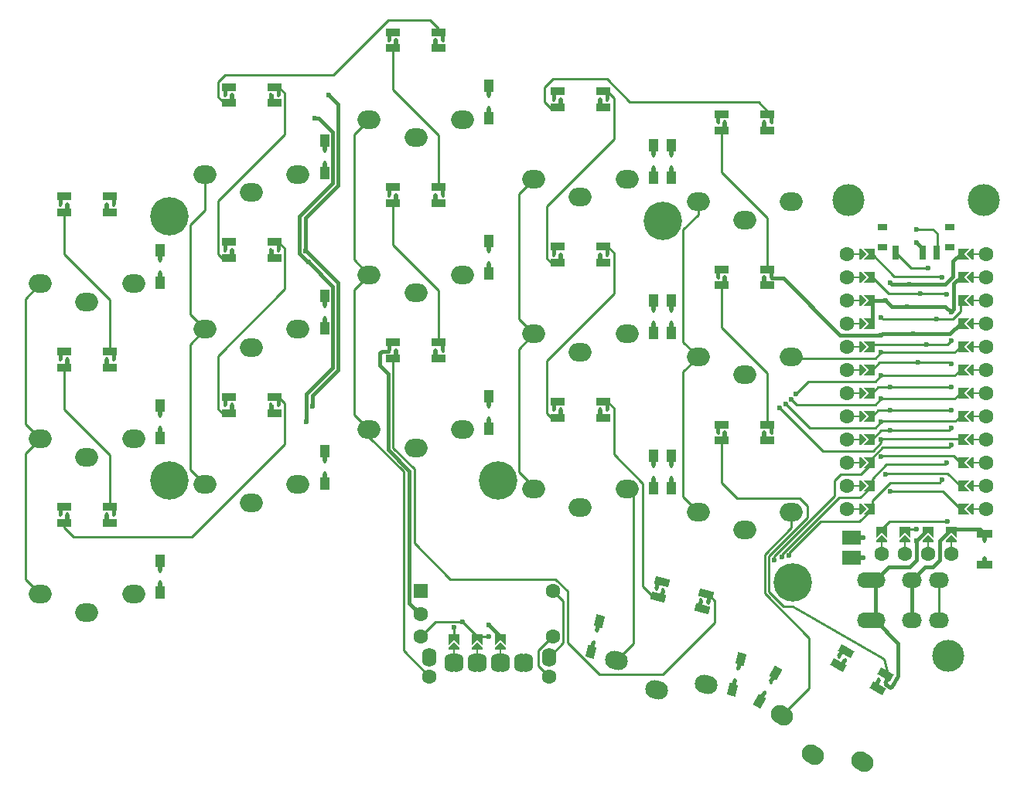
<source format=gbl>
G04 #@! TF.GenerationSoftware,KiCad,Pcbnew,7.0.2-0*
G04 #@! TF.CreationDate,2023-05-28T19:55:49+02:00*
G04 #@! TF.ProjectId,arkenswoop,61726b65-6e73-4776-9f6f-702e6b696361,0.4.2*
G04 #@! TF.SameCoordinates,Original*
G04 #@! TF.FileFunction,Copper,L2,Bot*
G04 #@! TF.FilePolarity,Positive*
%FSLAX46Y46*%
G04 Gerber Fmt 4.6, Leading zero omitted, Abs format (unit mm)*
G04 Created by KiCad (PCBNEW 7.0.2-0) date 2023-05-28 19:55:49*
%MOMM*%
%LPD*%
G01*
G04 APERTURE LIST*
G04 Aperture macros list*
%AMHorizOval*
0 Thick line with rounded ends*
0 $1 width*
0 $2 $3 position (X,Y) of the first rounded end (center of the circle)*
0 $4 $5 position (X,Y) of the second rounded end (center of the circle)*
0 Add line between two ends*
20,1,$1,$2,$3,$4,$5,0*
0 Add two circle primitives to create the rounded ends*
1,1,$1,$2,$3*
1,1,$1,$4,$5*%
%AMFreePoly0*
4,1,13,0.650000,0.228600,1.094000,0.228600,1.129355,0.213955,1.144000,0.178600,1.144000,-0.177000,1.129355,-0.212355,1.094000,-0.227000,0.650000,-0.227000,0.650000,-0.475000,-0.650000,-0.475000,-0.650000,0.475000,0.650000,0.475000,0.650000,0.228600,0.650000,0.228600,$1*%
%AMFreePoly1*
4,1,13,0.650000,-0.475000,-0.650000,-0.475000,-0.650000,-0.229000,-1.094000,-0.229000,-1.129355,-0.214355,-1.144000,-0.179000,-1.144000,0.176600,-1.129355,0.211955,-1.094000,0.226600,-0.650000,0.226600,-0.650000,0.475000,0.650000,0.475000,0.650000,-0.475000,0.650000,-0.475000,$1*%
%AMFreePoly2*
4,1,13,0.800000,-0.425000,0.575000,-0.425000,0.575000,-0.895800,0.560355,-0.931155,0.525000,-0.945800,0.169400,-0.945800,0.134045,-0.931155,0.119400,-0.895800,0.119400,-0.425000,-0.800000,-0.425000,-0.800000,0.425000,0.800000,0.425000,0.800000,-0.425000,0.800000,-0.425000,$1*%
%AMFreePoly3*
4,1,13,0.800000,-0.425000,0.682400,-0.425000,0.682400,-0.888400,0.667755,-0.923755,0.632400,-0.938400,0.276800,-0.938400,0.241445,-0.923755,0.226800,-0.888400,0.226800,-0.425000,-0.800000,-0.425000,-0.800000,0.425000,0.800000,0.425000,0.800000,-0.425000,0.800000,-0.425000,$1*%
%AMFreePoly4*
4,1,25,0.800000,-0.425000,-0.175324,-0.425000,-0.172201,-0.888063,-0.172269,-0.888231,-0.172200,-0.888400,-0.179445,-0.905890,-0.186607,-0.923516,-0.186775,-0.923587,-0.186845,-0.923755,-0.204349,-0.931006,-0.221863,-0.938399,-0.222031,-0.938330,-0.222200,-0.938400,-0.577800,-0.938400,-0.595290,-0.931154,-0.612916,-0.923993,-0.612987,-0.923824,-0.613155,-0.923755,-0.620406,-0.906250,-0.627799,-0.888737,
-0.630927,-0.425000,-0.800000,-0.425000,-0.800000,0.425000,0.800000,0.425000,0.800000,-0.425000,0.800000,-0.425000,$1*%
%AMFreePoly5*
4,1,13,0.800000,-0.425000,-0.125000,-0.425000,-0.125000,-0.886200,-0.139645,-0.921555,-0.175000,-0.936200,-0.530600,-0.936200,-0.565955,-0.921555,-0.580600,-0.886200,-0.580600,-0.425000,-0.800000,-0.425000,-0.800000,0.425000,0.800000,0.425000,0.800000,-0.425000,0.800000,-0.425000,$1*%
%AMFreePoly6*
4,1,6,0.600000,0.200000,0.000000,-0.400000,-0.600000,0.200000,-0.600000,0.400000,0.600000,0.400000,0.600000,0.200000,0.600000,0.200000,$1*%
%AMFreePoly7*
4,1,5,0.125000,-0.500000,-0.125000,-0.500000,-0.125000,0.500000,0.125000,0.500000,0.125000,-0.500000,0.125000,-0.500000,$1*%
%AMFreePoly8*
4,1,6,0.600000,-0.250000,-0.600000,-0.250000,-0.600000,1.000000,0.000000,0.400000,0.600000,1.000000,0.600000,-0.250000,0.600000,-0.250000,$1*%
%AMFreePoly9*
4,1,13,0.450000,-0.850000,-0.450000,-0.850000,-0.450000,-0.228600,-0.723200,-0.228600,-0.758555,-0.213955,-0.773200,-0.178600,-0.773200,0.177000,-0.758555,0.212355,-0.723200,0.227000,-0.450000,0.227000,-0.450000,0.850000,0.450000,0.850000,0.450000,-0.850000,0.450000,-0.850000,$1*%
%AMFreePoly10*
4,1,13,0.450000,0.227000,0.723200,0.227000,0.758555,0.212355,0.773200,0.177000,0.773200,-0.178600,0.758555,-0.213955,0.723200,-0.228600,0.450000,-0.228600,0.450000,-0.850000,-0.450000,-0.850000,-0.450000,0.850000,0.450000,0.850000,0.450000,0.227000,0.450000,0.227000,$1*%
%AMFreePoly11*
4,1,13,0.211911,1.370355,0.226556,1.335000,0.226556,1.050000,0.750000,1.050000,0.750000,-1.050000,-0.750000,-1.050000,-0.750000,1.050000,-0.229044,1.050000,-0.229044,1.335000,-0.214399,1.370355,-0.179044,1.385000,0.176556,1.385000,0.211911,1.370355,0.211911,1.370355,$1*%
%AMFreePoly12*
4,1,13,0.211955,1.370355,0.226600,1.335000,0.226600,1.050000,0.750000,1.050000,0.750000,-1.050000,-0.750000,-1.050000,-0.750000,1.050000,-0.229000,1.050000,-0.229000,1.335000,-0.214355,1.370355,-0.179000,1.385000,0.176600,1.385000,0.211955,1.370355,0.211955,1.370355,$1*%
G04 Aperture macros list end*
G04 #@! TA.AperFunction,ComponentPad*
%ADD10C,4.200000*%
G04 #@! TD*
G04 #@! TA.AperFunction,SMDPad,CuDef*
%ADD11FreePoly0,270.000000*%
G04 #@! TD*
G04 #@! TA.AperFunction,ComponentPad*
%ADD12C,0.457200*%
G04 #@! TD*
G04 #@! TA.AperFunction,SMDPad,CuDef*
%ADD13FreePoly1,270.000000*%
G04 #@! TD*
G04 #@! TA.AperFunction,ComponentPad*
%ADD14O,2.500000X2.000000*%
G04 #@! TD*
G04 #@! TA.AperFunction,SMDPad,CuDef*
%ADD15FreePoly2,180.000000*%
G04 #@! TD*
G04 #@! TA.AperFunction,SMDPad,CuDef*
%ADD16FreePoly3,0.000000*%
G04 #@! TD*
G04 #@! TA.AperFunction,SMDPad,CuDef*
%ADD17FreePoly4,0.000000*%
G04 #@! TD*
G04 #@! TA.AperFunction,SMDPad,CuDef*
%ADD18FreePoly5,180.000000*%
G04 #@! TD*
G04 #@! TA.AperFunction,ComponentPad*
%ADD19O,1.600000X2.100000*%
G04 #@! TD*
G04 #@! TA.AperFunction,SMDPad,CuDef*
%ADD20FreePoly6,180.000000*%
G04 #@! TD*
G04 #@! TA.AperFunction,SMDPad,CuDef*
%ADD21FreePoly7,180.000000*%
G04 #@! TD*
G04 #@! TA.AperFunction,SMDPad,CuDef*
%ADD22FreePoly8,180.000000*%
G04 #@! TD*
G04 #@! TA.AperFunction,ComponentPad*
%ADD23C,1.600000*%
G04 #@! TD*
G04 #@! TA.AperFunction,ComponentPad*
%ADD24HorizOval,2.000000X0.216506X-0.125000X-0.216506X0.125000X0*%
G04 #@! TD*
G04 #@! TA.AperFunction,SMDPad,CuDef*
%ADD25FreePoly9,270.000000*%
G04 #@! TD*
G04 #@! TA.AperFunction,SMDPad,CuDef*
%ADD26FreePoly10,270.000000*%
G04 #@! TD*
G04 #@! TA.AperFunction,SMDPad,CuDef*
%ADD27R,1.000000X0.800000*%
G04 #@! TD*
G04 #@! TA.AperFunction,SMDPad,CuDef*
%ADD28R,0.700000X1.500000*%
G04 #@! TD*
G04 #@! TA.AperFunction,SMDPad,CuDef*
%ADD29FreePoly2,150.000000*%
G04 #@! TD*
G04 #@! TA.AperFunction,SMDPad,CuDef*
%ADD30FreePoly3,330.000000*%
G04 #@! TD*
G04 #@! TA.AperFunction,SMDPad,CuDef*
%ADD31FreePoly4,330.000000*%
G04 #@! TD*
G04 #@! TA.AperFunction,SMDPad,CuDef*
%ADD32FreePoly5,150.000000*%
G04 #@! TD*
G04 #@! TA.AperFunction,ComponentPad*
%ADD33R,1.600000X1.600000*%
G04 #@! TD*
G04 #@! TA.AperFunction,ComponentPad*
%ADD34C,3.500000*%
G04 #@! TD*
G04 #@! TA.AperFunction,SMDPad,CuDef*
%ADD35FreePoly7,90.000000*%
G04 #@! TD*
G04 #@! TA.AperFunction,SMDPad,CuDef*
%ADD36FreePoly6,90.000000*%
G04 #@! TD*
G04 #@! TA.AperFunction,SMDPad,CuDef*
%ADD37FreePoly6,270.000000*%
G04 #@! TD*
G04 #@! TA.AperFunction,SMDPad,CuDef*
%ADD38FreePoly7,270.000000*%
G04 #@! TD*
G04 #@! TA.AperFunction,SMDPad,CuDef*
%ADD39FreePoly8,90.000000*%
G04 #@! TD*
G04 #@! TA.AperFunction,SMDPad,CuDef*
%ADD40FreePoly8,270.000000*%
G04 #@! TD*
G04 #@! TA.AperFunction,ComponentPad*
%ADD41O,2.200000X1.700000*%
G04 #@! TD*
G04 #@! TA.AperFunction,SMDPad,CuDef*
%ADD42FreePoly0,255.000000*%
G04 #@! TD*
G04 #@! TA.AperFunction,SMDPad,CuDef*
%ADD43FreePoly1,255.000000*%
G04 #@! TD*
G04 #@! TA.AperFunction,ComponentPad*
%ADD44HorizOval,2.000000X0.241481X-0.064705X-0.241481X0.064705X0*%
G04 #@! TD*
G04 #@! TA.AperFunction,SMDPad,CuDef*
%ADD45FreePoly2,165.000000*%
G04 #@! TD*
G04 #@! TA.AperFunction,SMDPad,CuDef*
%ADD46FreePoly3,345.000000*%
G04 #@! TD*
G04 #@! TA.AperFunction,SMDPad,CuDef*
%ADD47FreePoly4,345.000000*%
G04 #@! TD*
G04 #@! TA.AperFunction,SMDPad,CuDef*
%ADD48FreePoly5,165.000000*%
G04 #@! TD*
G04 #@! TA.AperFunction,SMDPad,CuDef*
%ADD49FreePoly11,270.000000*%
G04 #@! TD*
G04 #@! TA.AperFunction,SMDPad,CuDef*
%ADD50FreePoly12,270.000000*%
G04 #@! TD*
G04 #@! TA.AperFunction,SMDPad,CuDef*
%ADD51FreePoly0,240.000000*%
G04 #@! TD*
G04 #@! TA.AperFunction,SMDPad,CuDef*
%ADD52FreePoly1,240.000000*%
G04 #@! TD*
G04 #@! TA.AperFunction,ViaPad*
%ADD53C,0.600000*%
G04 #@! TD*
G04 #@! TA.AperFunction,Conductor*
%ADD54C,0.400000*%
G04 #@! TD*
G04 #@! TA.AperFunction,Conductor*
%ADD55C,0.250000*%
G04 #@! TD*
G04 APERTURE END LIST*
D10*
X134228545Y-84239474D03*
D11*
X115229545Y-69464476D03*
D12*
X115229545Y-70564876D03*
X115229145Y-71914076D03*
D13*
X115229545Y-73014476D03*
D14*
X102129546Y-107139471D03*
X112329546Y-107139471D03*
X107229546Y-109139471D03*
D15*
X73729541Y-83314973D03*
D12*
X73379541Y-82439973D03*
X74179541Y-82439973D03*
D16*
X73729541Y-81564973D03*
D17*
X68729541Y-81564973D03*
D12*
X68329541Y-82439973D03*
X69079541Y-82439973D03*
D18*
X68729541Y-83314973D03*
D19*
X111163509Y-132695094D03*
D20*
X111425509Y-130820094D03*
D21*
X111425509Y-131328094D03*
D19*
X111687509Y-132695094D03*
X113703509Y-132695094D03*
D20*
X113965509Y-130820094D03*
D21*
X113965509Y-131328094D03*
D19*
X114227509Y-132695094D03*
X116243509Y-132695094D03*
D20*
X116505509Y-130820094D03*
D21*
X116505509Y-131328094D03*
D19*
X116767509Y-132695094D03*
X118783509Y-132695094D03*
X119307509Y-132695094D03*
D22*
X111425509Y-129804094D03*
X113965509Y-129804094D03*
X116505509Y-129804094D03*
D23*
X108687509Y-134170094D03*
X121783509Y-134170094D03*
D19*
X108687509Y-132070094D03*
X121783509Y-132070094D03*
D15*
X145729547Y-74314469D03*
D12*
X145379547Y-73439469D03*
X146179547Y-73439469D03*
D16*
X145729547Y-72564469D03*
D17*
X140729547Y-72564469D03*
D12*
X140329547Y-73439469D03*
X141079547Y-73439469D03*
D18*
X140729547Y-74314469D03*
D10*
X80229545Y-83739972D03*
D11*
X79229545Y-104464969D03*
D12*
X79229545Y-105565369D03*
X79229145Y-106914569D03*
D13*
X79229545Y-108014969D03*
D15*
X91729543Y-71314972D03*
D12*
X91379543Y-70439972D03*
X92179543Y-70439972D03*
D16*
X91729543Y-69564972D03*
D17*
X86729543Y-69564972D03*
D12*
X86329543Y-70439972D03*
X87079543Y-70439972D03*
D18*
X86729543Y-71314972D03*
D15*
X109729547Y-99314471D03*
D12*
X109379547Y-98439471D03*
X110179547Y-98439471D03*
D16*
X109729547Y-97564471D03*
D17*
X104729547Y-97564471D03*
D12*
X104329547Y-98439471D03*
X105079547Y-98439471D03*
D18*
X104729547Y-99314471D03*
D24*
X147299780Y-138445591D03*
X156133240Y-143545591D03*
X150716510Y-142727642D03*
D25*
X169484349Y-121942734D03*
D12*
X169484349Y-121213134D03*
X169484349Y-119273134D03*
D26*
X169484349Y-118542734D03*
D11*
X79229544Y-87464965D03*
D12*
X79229544Y-88565365D03*
X79229144Y-89914565D03*
D13*
X79229544Y-91014965D03*
D15*
X109729543Y-65314473D03*
D12*
X109379543Y-64439473D03*
X110179543Y-64439473D03*
D16*
X109729543Y-63564473D03*
D17*
X104729543Y-63564473D03*
D12*
X104329543Y-64439473D03*
X105079543Y-64439473D03*
D18*
X104729543Y-65314473D03*
D15*
X145729547Y-91314475D03*
D12*
X145379547Y-90439475D03*
X146179547Y-90439475D03*
D16*
X145729547Y-89564475D03*
D17*
X140729547Y-89564475D03*
D12*
X140329547Y-90439475D03*
X141079547Y-90439475D03*
D18*
X140729547Y-91314475D03*
D27*
X165644573Y-87090134D03*
X165644573Y-84890134D03*
X158344573Y-87090134D03*
X158344573Y-84890134D03*
D28*
X159744573Y-87740134D03*
X162744573Y-87740134D03*
X164244573Y-87740134D03*
D29*
X157794074Y-135468942D03*
D12*
X157928465Y-134536169D03*
X158621285Y-134936169D03*
D30*
X158669074Y-133953397D03*
D31*
X154338946Y-131453397D03*
D12*
X153555036Y-132011169D03*
X154204555Y-132386169D03*
D32*
X153463946Y-132968942D03*
D11*
X135229544Y-109964474D03*
D12*
X135229544Y-111064874D03*
X135229144Y-112414074D03*
D13*
X135229544Y-113514474D03*
D33*
X107735549Y-124819470D03*
D23*
X107735549Y-129819470D03*
X107735549Y-127319470D03*
X122235549Y-129819470D03*
X122235549Y-124819470D03*
D34*
X169385693Y-81989640D03*
D14*
X120128544Y-96639470D03*
X130328544Y-96639470D03*
X125228544Y-98639470D03*
X66129546Y-125139972D03*
X76329546Y-125139972D03*
X71229546Y-127139972D03*
D11*
X133228549Y-75964472D03*
D12*
X133228549Y-77064872D03*
X133228149Y-78414072D03*
D13*
X133228549Y-79514472D03*
D11*
X115229549Y-86464466D03*
D12*
X115229549Y-87564866D03*
X115229149Y-88914066D03*
D13*
X115229549Y-90014466D03*
D11*
X133228550Y-92964471D03*
D12*
X133228550Y-94064871D03*
X133228150Y-95414071D03*
D13*
X133228550Y-96514471D03*
D34*
X154604371Y-81990097D03*
D11*
X135229551Y-75964473D03*
D12*
X135229551Y-77064873D03*
X135229151Y-78414073D03*
D13*
X135229551Y-79514473D03*
D14*
X138129546Y-99139475D03*
X148329546Y-99139475D03*
X143229546Y-101139475D03*
X66129544Y-108139969D03*
X76329544Y-108139969D03*
X71229544Y-110139969D03*
D23*
X154374574Y-87883137D03*
X154374574Y-90423137D03*
X154374574Y-92963137D03*
X154374574Y-95503137D03*
X154374574Y-98043137D03*
X154374574Y-100583137D03*
X154374574Y-103123137D03*
X154374574Y-105663137D03*
X154374574Y-108203137D03*
X154374574Y-110743137D03*
X154374574Y-113283137D03*
X154374574Y-115823137D03*
D35*
X155644574Y-87883137D03*
X155644574Y-90423137D03*
X155644574Y-92963137D03*
X155644574Y-95503137D03*
X155644574Y-98043137D03*
X155644574Y-100583137D03*
X155644574Y-103123137D03*
X155644574Y-105663137D03*
X155644574Y-108203137D03*
X155644574Y-110743137D03*
X155644574Y-113283137D03*
X155644574Y-115823137D03*
D36*
X156152574Y-87883137D03*
X156152574Y-90423137D03*
X156152574Y-92963137D03*
X156152574Y-95503137D03*
X156152574Y-98043137D03*
X156152574Y-100583137D03*
X156152574Y-103123137D03*
X156152574Y-105663137D03*
X156152574Y-108203137D03*
X156152574Y-110743137D03*
X156152574Y-113283137D03*
X156152574Y-115823137D03*
D37*
X167836574Y-87883137D03*
X167836574Y-90423137D03*
X167836574Y-92963137D03*
X167836574Y-95503137D03*
X167836574Y-98043137D03*
X167836574Y-100583137D03*
X167836574Y-103123137D03*
X167836574Y-105663137D03*
X167836574Y-108203137D03*
X167836574Y-110743137D03*
X167836574Y-113283137D03*
X167836574Y-115823137D03*
D38*
X168344574Y-87883137D03*
X168344574Y-90423137D03*
X168344574Y-92963137D03*
X168344574Y-95503137D03*
X168344574Y-98043137D03*
X168344574Y-100583137D03*
X168344574Y-103123137D03*
X168344574Y-105663137D03*
X168344574Y-108203137D03*
X168344574Y-110743137D03*
X168344574Y-113283137D03*
X168344574Y-115823137D03*
D23*
X169614574Y-87883137D03*
X169614574Y-90423137D03*
X169614574Y-92963137D03*
X169614574Y-95503137D03*
X169614574Y-98043137D03*
X169614574Y-100583137D03*
X169614574Y-103123137D03*
X169614574Y-105663137D03*
X169614574Y-108203137D03*
X169614574Y-110743137D03*
X169614574Y-113283137D03*
X169614574Y-115823137D03*
D39*
X157168574Y-87883137D03*
X157168574Y-90423137D03*
X157168574Y-92963137D03*
X157168574Y-95503137D03*
X157168574Y-98043137D03*
X157168574Y-100583137D03*
X157168574Y-103123137D03*
X157168574Y-105663137D03*
X157168574Y-108203137D03*
X157168574Y-110743137D03*
X157168574Y-113283137D03*
X157168574Y-115823137D03*
D40*
X166820574Y-115823137D03*
X166820574Y-113283137D03*
X166820574Y-110743137D03*
X166820574Y-108203137D03*
X166820574Y-105663137D03*
X166820574Y-103123137D03*
X166820574Y-100583137D03*
X166820574Y-98043137D03*
X166820574Y-95503137D03*
X166820574Y-92963137D03*
X166820574Y-90423137D03*
X166820574Y-87883137D03*
D11*
X79229546Y-121464971D03*
D12*
X79229546Y-122565371D03*
X79229146Y-123914571D03*
D13*
X79229546Y-125014971D03*
D14*
X84129547Y-113139974D03*
X94329547Y-113139974D03*
X89229547Y-115139974D03*
D41*
X156609022Y-123614835D03*
X156609022Y-128014835D03*
X164509022Y-123614835D03*
X164509022Y-128014835D03*
X161509022Y-123614835D03*
X161509022Y-128014835D03*
X157509022Y-123614835D03*
X157509022Y-128014835D03*
D14*
X102129543Y-73139473D03*
X112329543Y-73139473D03*
X107229543Y-75139473D03*
X138129546Y-82139472D03*
X148329546Y-82139472D03*
X143229546Y-84139472D03*
D34*
X165490722Y-131887874D03*
D15*
X109729545Y-82314469D03*
D12*
X109379545Y-81439469D03*
X110179545Y-81439469D03*
D16*
X109729545Y-80564469D03*
D17*
X104729545Y-80564469D03*
D12*
X104329545Y-81439469D03*
X105079545Y-81439469D03*
D18*
X104729545Y-82314469D03*
D20*
X158184753Y-119084826D03*
D21*
X158184753Y-119592826D03*
D23*
X158184753Y-120742826D03*
D20*
X160724753Y-119084826D03*
D21*
X160724753Y-119592826D03*
D23*
X160724753Y-120742826D03*
D20*
X163264753Y-119084826D03*
D21*
X163264753Y-119592826D03*
D23*
X163264753Y-120742826D03*
D20*
X165804753Y-119084826D03*
D21*
X165804753Y-119592826D03*
D23*
X165804753Y-120742826D03*
D22*
X158184753Y-118068826D03*
X160724753Y-118068826D03*
X163264753Y-118068826D03*
X165804753Y-118068826D03*
D14*
X66129542Y-91139972D03*
X76329542Y-91139972D03*
X71229542Y-93139972D03*
X120128544Y-113639471D03*
X130328544Y-113639471D03*
X125228544Y-115639471D03*
D11*
X133228546Y-109964475D03*
D12*
X133228546Y-111064875D03*
X133228146Y-112414075D03*
D13*
X133228546Y-113514475D03*
D42*
X127342952Y-128085951D03*
D12*
X127058147Y-129148855D03*
X126708562Y-130451979D03*
D43*
X126424144Y-131514987D03*
D14*
X84129547Y-96139968D03*
X94329547Y-96139968D03*
X89229547Y-98139968D03*
X120128547Y-79639475D03*
X130328547Y-79639475D03*
X125228547Y-81639475D03*
D11*
X97229541Y-92464973D03*
D12*
X97229541Y-93565373D03*
X97229141Y-94914573D03*
D13*
X97229541Y-96014973D03*
D15*
X73729545Y-117314972D03*
D12*
X73379545Y-116439972D03*
X74179545Y-116439972D03*
D16*
X73729545Y-115564972D03*
D17*
X68729545Y-115564972D03*
D12*
X68329545Y-116439972D03*
X69079545Y-116439972D03*
D18*
X68729545Y-117314972D03*
D11*
X97229544Y-109464972D03*
D12*
X97229544Y-110565372D03*
X97229144Y-111914572D03*
D13*
X97229544Y-113014972D03*
D10*
X80229546Y-112739970D03*
D44*
X129192971Y-132386306D03*
X139045414Y-135026260D03*
X133601555Y-135638134D03*
D14*
X102129546Y-90139470D03*
X112329546Y-90139470D03*
X107229546Y-92139470D03*
D45*
X138559266Y-126794961D03*
D12*
X138447658Y-125859189D03*
X139220399Y-126066245D03*
D46*
X139012199Y-125104591D03*
D47*
X134182570Y-123810496D03*
D12*
X133569733Y-124552153D03*
X134294177Y-124746267D03*
D48*
X133729637Y-125500866D03*
D15*
X127728545Y-105814471D03*
D12*
X127378545Y-104939471D03*
X128178545Y-104939471D03*
D16*
X127728545Y-104064471D03*
D17*
X122728545Y-104064471D03*
D12*
X122328545Y-104939471D03*
X123078545Y-104939471D03*
D18*
X122728545Y-105814471D03*
D10*
X116229546Y-112739469D03*
D11*
X115229547Y-103464472D03*
D12*
X115229547Y-104564872D03*
X115229147Y-105914072D03*
D13*
X115229547Y-107014472D03*
D12*
X156303346Y-118940921D03*
D49*
X154961746Y-118941321D03*
D12*
X156303346Y-121141321D03*
D50*
X154961746Y-121141321D03*
D15*
X145729550Y-108314470D03*
D12*
X145379550Y-107439470D03*
X146179550Y-107439470D03*
D16*
X145729550Y-106564470D03*
D17*
X140729550Y-106564470D03*
D12*
X140329550Y-107439470D03*
X141079550Y-107439470D03*
D18*
X140729550Y-108314470D03*
D15*
X127728546Y-88814470D03*
D12*
X127378546Y-87939470D03*
X128178546Y-87939470D03*
D16*
X127728546Y-87064470D03*
D17*
X122728546Y-87064470D03*
D12*
X122328546Y-87939470D03*
X123078546Y-87939470D03*
D18*
X122728546Y-88814470D03*
D10*
X148510701Y-123849903D03*
D15*
X127728546Y-71814475D03*
D12*
X127378546Y-70939475D03*
X128178546Y-70939475D03*
D16*
X127728546Y-70064475D03*
D17*
X122728546Y-70064475D03*
D12*
X122328546Y-70939475D03*
X123078546Y-70939475D03*
D18*
X122728546Y-71814475D03*
D15*
X91729546Y-88314968D03*
D12*
X91379546Y-87439968D03*
X92179546Y-87439968D03*
D16*
X91729546Y-86564968D03*
D17*
X86729546Y-86564968D03*
D12*
X86329546Y-87439968D03*
X87079546Y-87439968D03*
D18*
X86729546Y-88314968D03*
D11*
X97229544Y-75464974D03*
D12*
X97229544Y-76565374D03*
X97229144Y-77914574D03*
D13*
X97229544Y-79014974D03*
D51*
X146644721Y-133820784D03*
D12*
X146094521Y-134773758D03*
X145419575Y-135942000D03*
D52*
X144869721Y-136895174D03*
D42*
X142797760Y-132227058D03*
D12*
X142512955Y-133289962D03*
X142163370Y-134593086D03*
D43*
X141878952Y-135656094D03*
D14*
X138129549Y-116139469D03*
X148329549Y-116139469D03*
X143229549Y-118139469D03*
D11*
X135229545Y-92964474D03*
D12*
X135229545Y-94064874D03*
X135229145Y-95414074D03*
D13*
X135229545Y-96514474D03*
D15*
X73729543Y-100314967D03*
D12*
X73379543Y-99439967D03*
X74179543Y-99439967D03*
D16*
X73729543Y-98564967D03*
D17*
X68729543Y-98564967D03*
D12*
X68329543Y-99439967D03*
X69079543Y-99439967D03*
D18*
X68729543Y-100314967D03*
D15*
X91729549Y-105314974D03*
D12*
X91379549Y-104439974D03*
X92179549Y-104439974D03*
D16*
X91729549Y-103564974D03*
D17*
X86729549Y-103564974D03*
D12*
X86329549Y-104439974D03*
X87079549Y-104439974D03*
D18*
X86729549Y-105314974D03*
D14*
X84129545Y-79139973D03*
X94329545Y-79139973D03*
X89229545Y-81139973D03*
D53*
X159168575Y-91058139D03*
X161255256Y-91222659D03*
X163274745Y-89412992D03*
X165820580Y-102488135D03*
X159168587Y-102488138D03*
X95207422Y-106235377D03*
X165820578Y-94233148D03*
X162003067Y-86589955D03*
X95451687Y-88759641D03*
X115235511Y-128534091D03*
X161017105Y-93608400D03*
X158668580Y-92963138D03*
X96128225Y-72996061D03*
X161675287Y-96608625D03*
X95162014Y-87539969D03*
X161998988Y-119334587D03*
X158168581Y-96773141D03*
X95913565Y-104539975D03*
X97717172Y-70483579D03*
X159168586Y-105028144D03*
X165820582Y-105028142D03*
X162495284Y-92238629D03*
X165320583Y-92328140D03*
X158168579Y-94868133D03*
X164198985Y-94994924D03*
X159168587Y-107177322D03*
X165820577Y-106933144D03*
X146481162Y-121401865D03*
X165820582Y-108838146D03*
X148351882Y-103829844D03*
X158168575Y-103758136D03*
X112341002Y-128179582D03*
X164820577Y-112648147D03*
X115235509Y-129804096D03*
X148074079Y-120934070D03*
X165320582Y-110743144D03*
X111425513Y-128804094D03*
X147266909Y-121105520D03*
X164820582Y-90423140D03*
X163122049Y-97793143D03*
X165386763Y-117217157D03*
X165820578Y-97408141D03*
X162223005Y-99758618D03*
X165820584Y-99948141D03*
X161994741Y-118068827D03*
X147024857Y-104727332D03*
X158168585Y-108203139D03*
X147687795Y-104277812D03*
X158168579Y-106298141D03*
X158168575Y-101218140D03*
X148854667Y-103208224D03*
X158168576Y-98678140D03*
X161994575Y-85190136D03*
X159168578Y-113918132D03*
X158668579Y-112013136D03*
X158168580Y-110108136D03*
D54*
X161255256Y-91222659D02*
X159333093Y-91222660D01*
X159333093Y-91222660D02*
X159168575Y-91058139D01*
X166054479Y-88649238D02*
X166820584Y-87883135D01*
X166054473Y-90324979D02*
X166054479Y-88649238D01*
X165156814Y-91222651D02*
X166054473Y-90324979D01*
X165156814Y-91222651D02*
X161255256Y-91222659D01*
D55*
X161426092Y-89412981D02*
X163274745Y-89412992D01*
X159753054Y-87739946D02*
X161426092Y-89412981D01*
X165820580Y-102488135D02*
X157803574Y-102488139D01*
X157803574Y-102488139D02*
X157168578Y-103123142D01*
D54*
X163829850Y-122154071D02*
X164546991Y-121436930D01*
X98104063Y-91412017D02*
X98104063Y-100360216D01*
X94462504Y-87829716D02*
X94462503Y-83723584D01*
X106536036Y-111652026D02*
X106536036Y-126119960D01*
X165804745Y-118068824D02*
X169010438Y-118068824D01*
X103282762Y-98750716D02*
X103282762Y-100110716D01*
X104205025Y-101032979D02*
X104205025Y-109321017D01*
X104205025Y-109321017D02*
X106536036Y-111652026D01*
X95451687Y-88759641D02*
X98104063Y-91412017D01*
X158668580Y-92963138D02*
X157168588Y-92963139D01*
X98104063Y-100360216D02*
X95207422Y-103256854D01*
X106536036Y-126119960D02*
X107735549Y-127319472D01*
X157168588Y-92963139D02*
X157168588Y-95503150D01*
X103282762Y-100110716D02*
X104205025Y-101032979D01*
X104229547Y-98539471D02*
X103494007Y-98539471D01*
X166820578Y-90423143D02*
X166120088Y-91123625D01*
X98104068Y-74474272D02*
X98104066Y-80082020D01*
X166120097Y-93933631D02*
X165820578Y-94233148D01*
X164546991Y-121436930D02*
X164546985Y-119326587D01*
X103494007Y-98539471D02*
X103282762Y-98750716D01*
X165195838Y-93608397D02*
X165820578Y-94233148D01*
X162753069Y-87739959D02*
X162753062Y-87339949D01*
X116505514Y-129804094D02*
X115235511Y-128534091D01*
X94462503Y-83723584D02*
X98104066Y-80082020D01*
X166120088Y-91123625D02*
X166120097Y-93933631D01*
X95207422Y-103256854D02*
X95207422Y-106235377D01*
X162969786Y-122154071D02*
X163829850Y-122154071D01*
X96128225Y-72996061D02*
X96625856Y-72996062D01*
X169010438Y-118068824D02*
X169484346Y-118542734D01*
X161509022Y-123614834D02*
X162969786Y-122154071D01*
X95392428Y-88759641D02*
X94462504Y-87829716D01*
X158668580Y-92963138D02*
X159313837Y-93608399D01*
X161509021Y-123614830D02*
X161509025Y-128014835D01*
X96625856Y-72996062D02*
X98104068Y-74474272D01*
X164546985Y-119326587D02*
X165804745Y-118068824D01*
X162753062Y-87339949D02*
X162003067Y-86589955D01*
X159313837Y-93608399D02*
X165195838Y-93608397D01*
X95451687Y-88759641D02*
X95392428Y-88759641D01*
X97717172Y-70483579D02*
X98703585Y-71469993D01*
X161289841Y-122154071D02*
X158969786Y-122154071D01*
X159346701Y-135343464D02*
X160045688Y-134132783D01*
X95162014Y-83871922D02*
X98703586Y-80330350D01*
X98703582Y-100608544D02*
X98703582Y-91022278D01*
X95913565Y-103398562D02*
X98703582Y-100608544D01*
X95221273Y-87539968D02*
X95162014Y-87539969D01*
X166820576Y-95503135D02*
X165715081Y-96608626D01*
X146229546Y-90539475D02*
X147436503Y-90539476D01*
X157509026Y-123614838D02*
X157509024Y-128014832D01*
X98703582Y-91022278D02*
X95221273Y-87539968D01*
X160045688Y-130551499D02*
X160045688Y-134132783D01*
X161675287Y-96608625D02*
X158333099Y-96608624D01*
X158614587Y-135047772D02*
X159196466Y-135383720D01*
X157509023Y-128014835D02*
X160045688Y-130551499D01*
X147436503Y-90539476D02*
X153685253Y-96788225D01*
X95913565Y-104539975D02*
X95913565Y-103398562D01*
X95162014Y-87539969D02*
X95162014Y-83871922D01*
X158969786Y-122154071D02*
X157509022Y-123614834D01*
X165715081Y-96608626D02*
X161675287Y-96608625D01*
X159196466Y-135383720D02*
X159346701Y-135343464D01*
X161998988Y-119334587D02*
X161998989Y-121444923D01*
X153685253Y-96788225D02*
X158153497Y-96788225D01*
X158153497Y-96788225D02*
X158168581Y-96773141D01*
X161998988Y-119334587D02*
X163264747Y-118068828D01*
X98703586Y-80330350D02*
X98703585Y-71469993D01*
X158333099Y-96608624D02*
X158168581Y-96773141D01*
X161998989Y-121444923D02*
X161289841Y-122154071D01*
D55*
X157803583Y-105028143D02*
X157168575Y-105663138D01*
X165820582Y-105028142D02*
X157803583Y-105028143D01*
X164509018Y-123614833D02*
X164509020Y-128014836D01*
X165231068Y-92238629D02*
X162495284Y-92238629D01*
X162495284Y-92238629D02*
X158984073Y-92238634D01*
X158984073Y-92238634D02*
X157168585Y-90423146D01*
X165320583Y-92328140D02*
X165231068Y-92238629D01*
X158168579Y-94868133D02*
X158258091Y-94957649D01*
X166820576Y-92963135D02*
X166820573Y-94194196D01*
X166019842Y-94994925D02*
X164198985Y-94994924D01*
X164198985Y-94994924D02*
X158298988Y-94994926D01*
X166019842Y-94994925D02*
X166820573Y-94194196D01*
X165576395Y-107177329D02*
X165820577Y-106933144D01*
X157168588Y-108203137D02*
X157168582Y-108178531D01*
X158169784Y-107177322D02*
X165576395Y-107177329D01*
X157168582Y-108178531D02*
X158169784Y-107177322D01*
X153059376Y-114429880D02*
X146481166Y-121008090D01*
X153059376Y-112716376D02*
X153059376Y-114429880D01*
X155913486Y-111998226D02*
X153777526Y-111998225D01*
X153777526Y-111998225D02*
X153059376Y-112716376D01*
X146481166Y-121008090D02*
X146481162Y-121401865D01*
X165611395Y-109047330D02*
X158346191Y-109047333D01*
X157168572Y-110743137D02*
X155913486Y-111998226D01*
X165820582Y-108838146D02*
X165611395Y-109047330D01*
X157168574Y-110224951D02*
X157168572Y-110743137D01*
X158346191Y-109047333D02*
X157168574Y-110224951D01*
X123360058Y-125943983D02*
X122235552Y-124819471D01*
X121783512Y-132070094D02*
X123360059Y-130493542D01*
X123360059Y-130493542D02*
X123360058Y-125943983D01*
X105864668Y-111722443D02*
X105864669Y-131347251D01*
X100500128Y-91768890D02*
X102129545Y-90139473D01*
X120658991Y-131354302D02*
X122193825Y-129819469D01*
X100500126Y-88510044D02*
X100500120Y-74768890D01*
X105864669Y-131347251D02*
X108687511Y-134170093D01*
X148920262Y-104398224D02*
X148351882Y-103829844D01*
X102129545Y-90139473D02*
X100500126Y-88510044D01*
X121783513Y-134170095D02*
X120658994Y-133045576D01*
X100500126Y-105510049D02*
X100500128Y-91768890D01*
X122193825Y-129819469D02*
X122235550Y-129819471D01*
X166185584Y-103758139D02*
X166820581Y-103123144D01*
X157528492Y-104398225D02*
X148920262Y-104398224D01*
X120658994Y-133045576D02*
X120658991Y-131354302D01*
X157528492Y-104398225D02*
X158168575Y-103758136D01*
X102129545Y-107139472D02*
X102129545Y-107987320D01*
X158168575Y-103758136D02*
X166185584Y-103758139D01*
X102129545Y-107987320D02*
X105864668Y-111722443D01*
X102129543Y-107139471D02*
X100500126Y-105510049D01*
X100500120Y-74768890D02*
X102129543Y-73139469D01*
X151562466Y-117198223D02*
X155793485Y-117198225D01*
X109375437Y-128179585D02*
X107735547Y-129819473D01*
X148074078Y-120686608D02*
X148074079Y-120934070D01*
X157168575Y-115823137D02*
X155793485Y-117198225D01*
X113965514Y-129804095D02*
X112341002Y-128179582D01*
X157168578Y-115823144D02*
X157168581Y-114893518D01*
X113965514Y-129804095D02*
X115235509Y-129804096D01*
X159144775Y-112917324D02*
X164551398Y-112917325D01*
X157168581Y-114893518D02*
X159144775Y-112917324D01*
X112341002Y-128179582D02*
X109375437Y-128179585D01*
X164551398Y-112917325D02*
X164820577Y-112648147D01*
X151562466Y-117198223D02*
X148074078Y-120686608D01*
X165126389Y-110937327D02*
X165320582Y-110743144D01*
X157168583Y-112488529D02*
X158719783Y-110937330D01*
X147266909Y-121105520D02*
X147266912Y-120858062D01*
X157168578Y-113283141D02*
X157168583Y-112488529D01*
X155853486Y-114598224D02*
X157168570Y-113283136D01*
X153526749Y-114598224D02*
X155853486Y-114598224D01*
X158719783Y-110937330D02*
X165126389Y-110937327D01*
X147266912Y-120858062D02*
X153526749Y-114598224D01*
X111425512Y-129804096D02*
X111425513Y-128804094D01*
X73729544Y-92889751D02*
X73729542Y-98699968D01*
X68729547Y-87889753D02*
X68729546Y-83379978D01*
X73729544Y-92889751D02*
X68729547Y-87889753D01*
X68729546Y-83379978D02*
X68729541Y-83379973D01*
X92904053Y-70261055D02*
X92904053Y-74739484D01*
X92342972Y-69699973D02*
X92904053Y-70261055D01*
X91729543Y-69699974D02*
X92342972Y-69699973D01*
X85555037Y-82088499D02*
X85555036Y-87862037D01*
X86729547Y-88379968D02*
X86072967Y-88379968D01*
X86072967Y-88379968D02*
X85555036Y-87862037D01*
X92904053Y-74739484D02*
X85555037Y-82088499D01*
X108741328Y-62208382D02*
X109729542Y-63196596D01*
X86319777Y-68210715D02*
X98212762Y-68210716D01*
X98212762Y-68210716D02*
X104215096Y-62208382D01*
X109729542Y-63196596D02*
X109729542Y-63699473D01*
X85555032Y-68975460D02*
X86319777Y-68210715D01*
X86287326Y-71379973D02*
X85555032Y-70647679D01*
X86729543Y-71379972D02*
X86287326Y-71379973D01*
X85555032Y-70647679D02*
X85555032Y-68975460D01*
X104215096Y-62208382D02*
X108741328Y-62208382D01*
X109729544Y-74879751D02*
X109729544Y-80699467D01*
X109729544Y-80699467D02*
X109729545Y-80699468D01*
X109729544Y-74879751D02*
X104729546Y-69879756D01*
X104729546Y-69879756D02*
X104729546Y-65379477D01*
X104729546Y-65379477D02*
X104729543Y-65379473D01*
X121554035Y-88336037D02*
X122097468Y-88879469D01*
X127728547Y-70199476D02*
X128342473Y-70199475D01*
X121554034Y-82609504D02*
X121554035Y-88336037D01*
X128903057Y-75260480D02*
X121554034Y-82609504D01*
X122097468Y-88879469D02*
X122728545Y-88879468D01*
X128342473Y-70199475D02*
X128903058Y-70760059D01*
X128903058Y-70760059D02*
X128903057Y-75260480D01*
X140729541Y-74379475D02*
X140729546Y-74379471D01*
X140729541Y-78899747D02*
X140729541Y-74379475D01*
X145729544Y-89699472D02*
X145729547Y-89699475D01*
X145729543Y-83899748D02*
X140729541Y-78899747D01*
X145729543Y-83899748D02*
X145729544Y-89699472D01*
X68729542Y-104919746D02*
X68729546Y-104919750D01*
X73729545Y-109919753D02*
X68729546Y-104919750D01*
X68729542Y-100379968D02*
X68729542Y-104919746D01*
X73729546Y-115699972D02*
X73729545Y-109919753D01*
X86729548Y-105379973D02*
X86122973Y-105379974D01*
X92904058Y-87261059D02*
X92904058Y-91719478D01*
X92342967Y-86699966D02*
X92904058Y-87261059D01*
X86122973Y-105379974D02*
X85555037Y-104812039D01*
X85555037Y-99068502D02*
X85555037Y-104812039D01*
X91729547Y-86699969D02*
X92342967Y-86699966D01*
X92904058Y-91719478D02*
X85555037Y-99068502D01*
X104729543Y-86909751D02*
X104729544Y-82379471D01*
X109729545Y-91909750D02*
X109729546Y-97699470D01*
X104729544Y-82379471D02*
X104729545Y-82379467D01*
X109729545Y-91909750D02*
X104729543Y-86909751D01*
X128903057Y-92240482D02*
X121554033Y-99589505D01*
X128903057Y-87760058D02*
X128903057Y-92240482D01*
X121554032Y-105361035D02*
X122072471Y-105879472D01*
X122072471Y-105879472D02*
X122728543Y-105879472D01*
X128342468Y-87199470D02*
X128903057Y-87760058D01*
X127728546Y-87199469D02*
X128342468Y-87199470D01*
X121554033Y-99589505D02*
X121554032Y-105361035D01*
X92367973Y-103699972D02*
X92904059Y-104236060D01*
X69767758Y-118921060D02*
X68729546Y-117882848D01*
X91729550Y-103699973D02*
X92367973Y-103699972D01*
X82732477Y-118921059D02*
X92904059Y-108749477D01*
X92904059Y-108749477D02*
X92904059Y-104236060D01*
X68729546Y-117882848D02*
X68729545Y-117379972D01*
X82732477Y-118921059D02*
X69767758Y-118921060D01*
X107060554Y-119570763D02*
X111006664Y-123516872D01*
X123809579Y-130491321D02*
X127295130Y-133976871D01*
X122523249Y-123516872D02*
X123809579Y-124803199D01*
X134273879Y-133976872D02*
X139934374Y-128316377D01*
X104729546Y-109103751D02*
X104729545Y-99379473D01*
X104729546Y-109103751D02*
X107060556Y-111434764D01*
X107060556Y-111434764D02*
X107060554Y-119570763D01*
X139302991Y-125234992D02*
X139934374Y-125866376D01*
X127295130Y-133976871D02*
X134273879Y-133976872D01*
X111006664Y-123516872D02*
X122523249Y-123516872D01*
X139934374Y-128316377D02*
X139934374Y-125866376D01*
X123809579Y-124803199D02*
X123809579Y-130491321D01*
X104729545Y-99379473D02*
X104729546Y-99379470D01*
X138977259Y-125234992D02*
X139302991Y-125234992D01*
X132096666Y-113056873D02*
X132096664Y-124303665D01*
X128342471Y-104199472D02*
X128903055Y-104760054D01*
X128903055Y-104760054D02*
X128903055Y-109863260D01*
X133712813Y-125563652D02*
X133356650Y-125563651D01*
X133356650Y-125563651D02*
X132096664Y-124303665D01*
X127728543Y-104199472D02*
X128342471Y-104199472D01*
X128903055Y-109863260D02*
X132096666Y-113056873D01*
X150096668Y-116756873D02*
X145856664Y-120996871D01*
X142396665Y-114656870D02*
X149236663Y-114656870D01*
X158491301Y-132284881D02*
X158853012Y-133634806D01*
X149236663Y-114656870D02*
X150096664Y-115516868D01*
X145856664Y-120996871D02*
X145856663Y-124906873D01*
X145856663Y-124906873D02*
X147460271Y-126510481D01*
X148489748Y-126510480D02*
X158491301Y-132284881D01*
X140729550Y-112989744D02*
X140729545Y-112989750D01*
X140729550Y-108379470D02*
X140729550Y-112989744D01*
X150096664Y-115516868D02*
X150096668Y-116756873D01*
X147460271Y-126510481D02*
X148489748Y-126510480D01*
X140729545Y-112989750D02*
X142396665Y-114656870D01*
X158853012Y-133634806D02*
X158601574Y-134070311D01*
X159619066Y-90333633D02*
X157168583Y-87883137D01*
X164731068Y-90333621D02*
X159619066Y-90333633D01*
X164820582Y-90423140D02*
X164731068Y-90333621D01*
X165435580Y-97793144D02*
X165820578Y-97408141D01*
X157418578Y-97793137D02*
X165435580Y-97793144D01*
X159038749Y-117214824D02*
X158184750Y-118068822D01*
X159038749Y-117214824D02*
X165384432Y-117214827D01*
X157168574Y-98043142D02*
X157418578Y-97793137D01*
X165820584Y-99948141D02*
X165631053Y-99758618D01*
X161994741Y-118068827D02*
X160724748Y-118068826D01*
X165631053Y-99758618D02*
X157993097Y-99758619D01*
X157993097Y-99758619D02*
X157168574Y-100583139D01*
X166731065Y-108113626D02*
X166820581Y-108203137D01*
X157289580Y-109468224D02*
X158168584Y-108589221D01*
X158168585Y-108203139D02*
X158258096Y-108113624D01*
X64500125Y-109769385D02*
X66129543Y-108139972D01*
X147024857Y-104727332D02*
X151765750Y-109468222D01*
X151765750Y-109468222D02*
X157289580Y-109468224D01*
X158258096Y-108113624D02*
X166731065Y-108113626D01*
X158168584Y-108589221D02*
X158168585Y-108203139D01*
X66129543Y-108139972D02*
X64500124Y-106510550D01*
X64500122Y-92769390D02*
X66129543Y-91139972D01*
X64500124Y-106510550D02*
X64500122Y-92769390D01*
X66129546Y-125139970D02*
X64500127Y-123510551D01*
X64500127Y-123510551D02*
X64500125Y-109769385D01*
X82500126Y-97769389D02*
X84129546Y-96139971D01*
X158168579Y-106298141D02*
X158258091Y-106208637D01*
X84129542Y-79139972D02*
X84129543Y-83044323D01*
X157538494Y-106928222D02*
X150338208Y-106928224D01*
X84129543Y-83044323D02*
X82500129Y-84673737D01*
X150338208Y-106928224D02*
X147687795Y-104277812D01*
X158258091Y-106208637D02*
X166275093Y-106208638D01*
X82500126Y-97769389D02*
X82500128Y-111510554D01*
X84129548Y-113139972D02*
X82500128Y-111510554D01*
X82500132Y-94510548D02*
X82500129Y-84673737D01*
X166275093Y-106208638D02*
X166820582Y-105663135D01*
X158168579Y-106298141D02*
X157538494Y-106928222D01*
X84129546Y-96139971D02*
X82500132Y-94510548D01*
X131045419Y-130533862D02*
X129192975Y-132386306D01*
X120128545Y-113639476D02*
X120128545Y-113356155D01*
X130328541Y-113639474D02*
X131045420Y-114356347D01*
X158168575Y-101218140D02*
X166185577Y-101218143D01*
X148854667Y-103208224D02*
X150204667Y-101858225D01*
X120128545Y-96639469D02*
X118499129Y-95010048D01*
X157528493Y-101858226D02*
X158168575Y-101218140D01*
X120128545Y-113356155D02*
X118499121Y-111726732D01*
X166185577Y-101218143D02*
X166820580Y-100583140D01*
X150204667Y-101858225D02*
X157528493Y-101858226D01*
X118499128Y-81268896D02*
X120128548Y-79639471D01*
X131045420Y-114356347D02*
X131045419Y-130533862D01*
X118499121Y-111726732D02*
X118499124Y-98268895D01*
X118499129Y-95010048D02*
X118499128Y-81268896D01*
X118499124Y-98268895D02*
X120128545Y-96639469D01*
X138129546Y-83566717D02*
X136500131Y-85196138D01*
X166185584Y-98678141D02*
X166820585Y-98043143D01*
X145407141Y-125093069D02*
X145407145Y-120810676D01*
X145407145Y-120810676D02*
X148329548Y-117888271D01*
X157548491Y-99298224D02*
X148488298Y-99298223D01*
X150306663Y-129992590D02*
X145407141Y-125093069D01*
X150306666Y-135438708D02*
X150306663Y-129992590D01*
X136500129Y-114510049D02*
X136500127Y-100768892D01*
X148329548Y-117888271D02*
X148329546Y-116139473D01*
X147299778Y-138445593D02*
X150306666Y-135438708D01*
X138129549Y-116139472D02*
X136500129Y-114510049D01*
X157548491Y-99298224D02*
X158168576Y-98678140D01*
X148488298Y-99298223D02*
X148329546Y-99139474D01*
X138129545Y-99139477D02*
X136500124Y-97510053D01*
X136500127Y-100768892D02*
X138129545Y-99139477D01*
X136500124Y-97510053D02*
X136500131Y-85196138D01*
X138129549Y-82139471D02*
X138129546Y-83566717D01*
X158168576Y-98678140D02*
X166185584Y-98678141D01*
X144741332Y-71208378D02*
X130655088Y-71208378D01*
X128155095Y-68708385D02*
X122215094Y-68708384D01*
X145729546Y-72196592D02*
X144741332Y-71208378D01*
X145729546Y-72699469D02*
X145729546Y-72196592D01*
X122215094Y-68708384D02*
X121342762Y-69580716D01*
X122021521Y-71879475D02*
X122728546Y-71879475D01*
X130655088Y-71208378D02*
X128155095Y-68708385D01*
X121342762Y-71200716D02*
X122021521Y-71879475D01*
X121342762Y-69580716D02*
X121342762Y-71200716D01*
X145729549Y-106699470D02*
X145729549Y-100969757D01*
X140729547Y-95969745D02*
X140729547Y-91379472D01*
X140729541Y-95969750D02*
X140729547Y-95969745D01*
X145729549Y-100969757D02*
X140729541Y-95969750D01*
X162032737Y-85151967D02*
X161994575Y-85190136D01*
X164323091Y-85646950D02*
X163828115Y-85151967D01*
X164323093Y-87661616D02*
X164323091Y-85646950D01*
X164244573Y-87740136D02*
X164323093Y-87661616D01*
X163828115Y-85151967D02*
X162032737Y-85151967D01*
X159168578Y-113918132D02*
X164915584Y-113918138D01*
X164915584Y-113918138D02*
X166820581Y-115823142D01*
X158758097Y-111923635D02*
X165461064Y-111923621D01*
X165461064Y-111923621D02*
X166820579Y-113283139D01*
X158668579Y-112013136D02*
X158758097Y-111923635D01*
X166096064Y-110018627D02*
X166820578Y-110743143D01*
X158168580Y-110108136D02*
X158258090Y-110018621D01*
X158258090Y-110018621D02*
X166096064Y-110018627D01*
M02*

</source>
